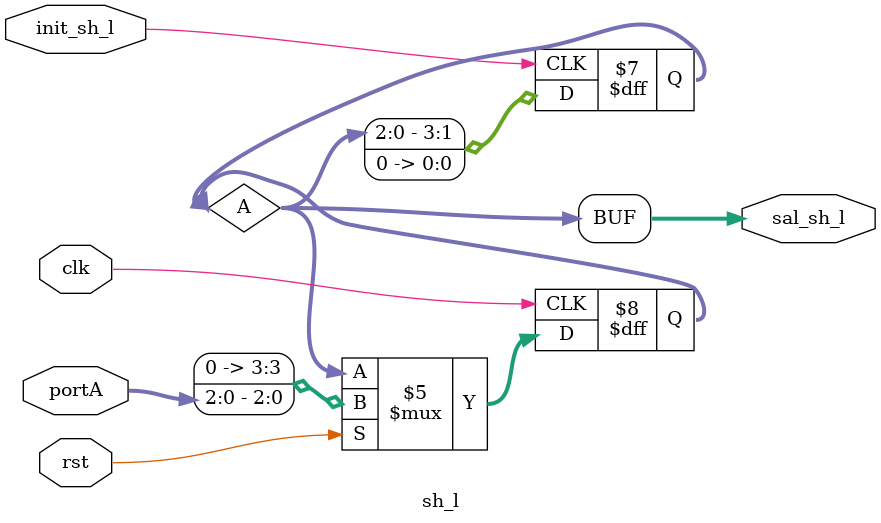
<source format=v>
`timescale 1ns / 1ps
module sh_l(
  input [2:0] portA,     //Pines para ingresar el operando (Se me ocurre que funcione el A para sll y el B para srl para no enredarse tanto con un pin que multiplexe A o B a la salida)
  input init_sh_l,       //Pin para habilitar o no este módulo (Asignar a pulsador para que refresque y no se quede en 1)
  input clk,             //Pin para sincronizar con el reloj
  input rst,             //Pin para volver al dato sin corrimientos
  output [3:0] sal_sh_l  //Pines para extraer lo que retorna este módulo y usarlo en el top-module
);

reg [3:0] A; //Registro que almacenará el número desplazado
assign sal_sh_l = A;

always @ (posedge clk) begin //Comentar esto para sintetizar y luego descomentarlo para simular
if (rst) A = {1'b0,portA}; //Devuelve A a su posición original (En los últimos 3 LSB), es decir, reinicia el desplazamiento
end

always @ (posedge init_sh_l) begin
  A = A << 1; //Desplaza A a la izquierda
end
endmodule

</source>
